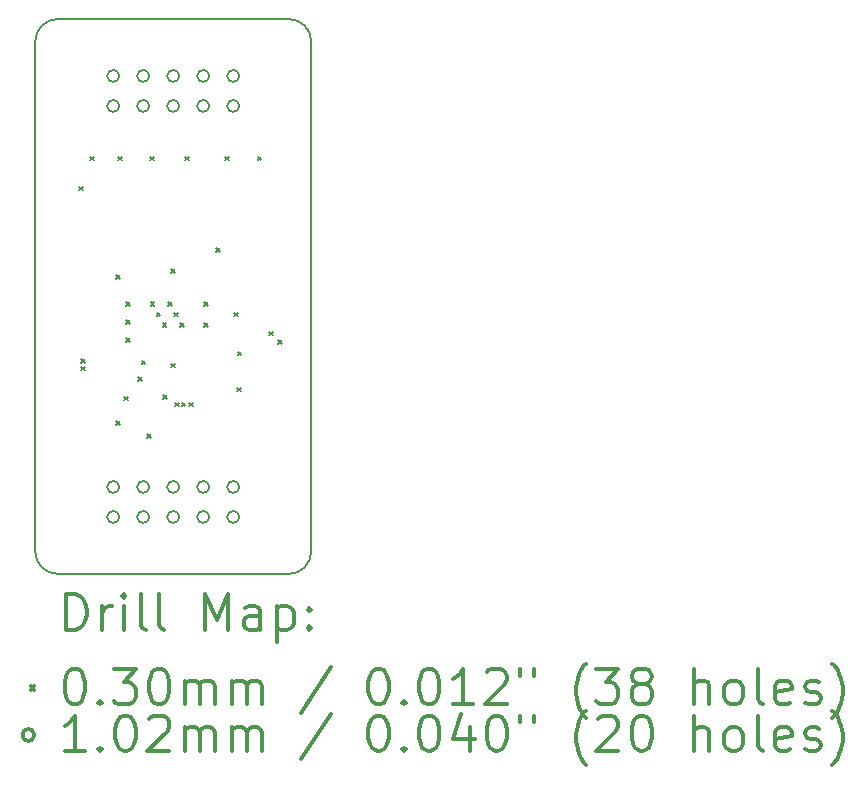
<source format=gbr>
%FSLAX45Y45*%
G04 Gerber Fmt 4.5, Leading zero omitted, Abs format (unit mm)*
G04 Created by KiCad (PCBNEW 4.0.5) date 01/03/18 16:25:06*
%MOMM*%
%LPD*%
G01*
G04 APERTURE LIST*
%ADD10C,0.127000*%
%ADD11C,0.150000*%
%ADD12C,0.200000*%
%ADD13C,0.300000*%
G04 APERTURE END LIST*
D10*
D11*
X7912100Y-7620000D02*
G75*
G03X7721600Y-7810500I0J-190500D01*
G01*
X10058400Y-7810500D02*
G75*
G03X9867900Y-7620000I-190500J0D01*
G01*
X7721600Y-12128500D02*
G75*
G03X7912100Y-12319000I190500J0D01*
G01*
X9867900Y-12319000D02*
G75*
G03X10058400Y-12128500I0J190500D01*
G01*
X7721600Y-12128500D02*
X7721600Y-7810500D01*
X9867900Y-12319000D02*
X7912100Y-12319000D01*
X10058400Y-7810500D02*
X10058400Y-12128500D01*
X7912100Y-7620000D02*
X9867900Y-7620000D01*
D12*
X8093710Y-9039860D02*
X8124190Y-9070340D01*
X8124190Y-9039860D02*
X8093710Y-9070340D01*
X8112760Y-10500360D02*
X8143240Y-10530840D01*
X8143240Y-10500360D02*
X8112760Y-10530840D01*
X8112760Y-10563860D02*
X8143240Y-10594340D01*
X8143240Y-10563860D02*
X8112760Y-10594340D01*
X8188960Y-8785860D02*
X8219440Y-8816340D01*
X8219440Y-8785860D02*
X8188960Y-8816340D01*
X8404860Y-9789160D02*
X8435340Y-9819640D01*
X8435340Y-9789160D02*
X8404860Y-9819640D01*
X8404860Y-11027410D02*
X8435340Y-11057890D01*
X8435340Y-11027410D02*
X8404860Y-11057890D01*
X8423910Y-8785860D02*
X8454390Y-8816340D01*
X8454390Y-8785860D02*
X8423910Y-8816340D01*
X8474710Y-10817860D02*
X8505190Y-10848340D01*
X8505190Y-10817860D02*
X8474710Y-10848340D01*
X8493760Y-10017760D02*
X8524240Y-10048240D01*
X8524240Y-10017760D02*
X8493760Y-10048240D01*
X8493760Y-10170160D02*
X8524240Y-10200640D01*
X8524240Y-10170160D02*
X8493760Y-10200640D01*
X8493760Y-10322560D02*
X8524240Y-10353040D01*
X8524240Y-10322560D02*
X8493760Y-10353040D01*
X8595360Y-10652760D02*
X8625840Y-10683240D01*
X8625840Y-10652760D02*
X8595360Y-10683240D01*
X8621300Y-10513460D02*
X8651780Y-10543940D01*
X8651780Y-10513460D02*
X8621300Y-10543940D01*
X8671560Y-11135360D02*
X8702040Y-11165840D01*
X8702040Y-11135360D02*
X8671560Y-11165840D01*
X8696960Y-8785860D02*
X8727440Y-8816340D01*
X8727440Y-8785860D02*
X8696960Y-8816340D01*
X8699760Y-10017760D02*
X8730240Y-10048240D01*
X8730240Y-10017760D02*
X8699760Y-10048240D01*
X8749760Y-10106660D02*
X8780240Y-10137140D01*
X8780240Y-10106660D02*
X8749760Y-10137140D01*
X8799760Y-10195560D02*
X8830240Y-10226040D01*
X8830240Y-10195560D02*
X8799760Y-10226040D01*
X8804910Y-10805160D02*
X8835390Y-10835640D01*
X8835390Y-10805160D02*
X8804910Y-10835640D01*
X8849360Y-10017760D02*
X8879840Y-10048240D01*
X8879840Y-10017760D02*
X8849360Y-10048240D01*
X8874760Y-9738360D02*
X8905240Y-9768840D01*
X8905240Y-9738360D02*
X8874760Y-9768840D01*
X8874760Y-10538460D02*
X8905240Y-10568940D01*
X8905240Y-10538460D02*
X8874760Y-10568940D01*
X8899760Y-10106660D02*
X8930240Y-10137140D01*
X8930240Y-10106660D02*
X8899760Y-10137140D01*
X8906510Y-10868660D02*
X8936990Y-10899140D01*
X8936990Y-10868660D02*
X8906510Y-10899140D01*
X8949760Y-10195560D02*
X8980240Y-10226040D01*
X8980240Y-10195560D02*
X8949760Y-10226040D01*
X8962391Y-10868660D02*
X8992871Y-10899140D01*
X8992871Y-10868660D02*
X8962391Y-10899140D01*
X8989060Y-8785860D02*
X9019540Y-8816340D01*
X9019540Y-8785860D02*
X8989060Y-8816340D01*
X9027160Y-10868660D02*
X9057640Y-10899140D01*
X9057640Y-10868660D02*
X9027160Y-10899140D01*
X9154160Y-10017760D02*
X9184640Y-10048240D01*
X9184640Y-10017760D02*
X9154160Y-10048240D01*
X9154160Y-10195560D02*
X9184640Y-10226040D01*
X9184640Y-10195560D02*
X9154160Y-10226040D01*
X9255760Y-9560560D02*
X9286240Y-9591040D01*
X9286240Y-9560560D02*
X9255760Y-9591040D01*
X9331960Y-8785860D02*
X9362440Y-8816340D01*
X9362440Y-8785860D02*
X9331960Y-8816340D01*
X9408160Y-10106660D02*
X9438640Y-10137140D01*
X9438640Y-10106660D02*
X9408160Y-10137140D01*
X9433000Y-10741660D02*
X9463480Y-10772140D01*
X9463480Y-10741660D02*
X9433000Y-10772140D01*
X9434120Y-10436860D02*
X9464600Y-10467340D01*
X9464600Y-10436860D02*
X9434120Y-10467340D01*
X9605010Y-8785860D02*
X9635490Y-8816340D01*
X9635490Y-8785860D02*
X9605010Y-8816340D01*
X9700260Y-10266610D02*
X9730740Y-10297090D01*
X9730740Y-10266610D02*
X9700260Y-10297090D01*
X9776460Y-10341610D02*
X9806940Y-10372090D01*
X9806940Y-10341610D02*
X9776460Y-10372090D01*
X8432800Y-8102600D02*
G75*
G03X8432800Y-8102600I-50800J0D01*
G01*
X8432800Y-8356600D02*
G75*
G03X8432800Y-8356600I-50800J0D01*
G01*
X8432800Y-11582400D02*
G75*
G03X8432800Y-11582400I-50800J0D01*
G01*
X8432800Y-11836400D02*
G75*
G03X8432800Y-11836400I-50800J0D01*
G01*
X8686800Y-8102600D02*
G75*
G03X8686800Y-8102600I-50800J0D01*
G01*
X8686800Y-8356600D02*
G75*
G03X8686800Y-8356600I-50800J0D01*
G01*
X8686800Y-11582400D02*
G75*
G03X8686800Y-11582400I-50800J0D01*
G01*
X8686800Y-11836400D02*
G75*
G03X8686800Y-11836400I-50800J0D01*
G01*
X8940800Y-8102600D02*
G75*
G03X8940800Y-8102600I-50800J0D01*
G01*
X8940800Y-8356600D02*
G75*
G03X8940800Y-8356600I-50800J0D01*
G01*
X8940800Y-11582400D02*
G75*
G03X8940800Y-11582400I-50800J0D01*
G01*
X8940800Y-11836400D02*
G75*
G03X8940800Y-11836400I-50800J0D01*
G01*
X9194800Y-8102600D02*
G75*
G03X9194800Y-8102600I-50800J0D01*
G01*
X9194800Y-8356600D02*
G75*
G03X9194800Y-8356600I-50800J0D01*
G01*
X9194800Y-11582400D02*
G75*
G03X9194800Y-11582400I-50800J0D01*
G01*
X9194800Y-11836400D02*
G75*
G03X9194800Y-11836400I-50800J0D01*
G01*
X9448800Y-8102600D02*
G75*
G03X9448800Y-8102600I-50800J0D01*
G01*
X9448800Y-8356600D02*
G75*
G03X9448800Y-8356600I-50800J0D01*
G01*
X9448800Y-11582400D02*
G75*
G03X9448800Y-11582400I-50800J0D01*
G01*
X9448800Y-11836400D02*
G75*
G03X9448800Y-11836400I-50800J0D01*
G01*
D13*
X7985528Y-12792214D02*
X7985528Y-12492214D01*
X8056957Y-12492214D01*
X8099814Y-12506500D01*
X8128386Y-12535071D01*
X8142671Y-12563643D01*
X8156957Y-12620786D01*
X8156957Y-12663643D01*
X8142671Y-12720786D01*
X8128386Y-12749357D01*
X8099814Y-12777929D01*
X8056957Y-12792214D01*
X7985528Y-12792214D01*
X8285528Y-12792214D02*
X8285528Y-12592214D01*
X8285528Y-12649357D02*
X8299814Y-12620786D01*
X8314100Y-12606500D01*
X8342671Y-12592214D01*
X8371243Y-12592214D01*
X8471243Y-12792214D02*
X8471243Y-12592214D01*
X8471243Y-12492214D02*
X8456957Y-12506500D01*
X8471243Y-12520786D01*
X8485529Y-12506500D01*
X8471243Y-12492214D01*
X8471243Y-12520786D01*
X8656957Y-12792214D02*
X8628386Y-12777929D01*
X8614100Y-12749357D01*
X8614100Y-12492214D01*
X8814100Y-12792214D02*
X8785529Y-12777929D01*
X8771243Y-12749357D01*
X8771243Y-12492214D01*
X9156957Y-12792214D02*
X9156957Y-12492214D01*
X9256957Y-12706500D01*
X9356957Y-12492214D01*
X9356957Y-12792214D01*
X9628386Y-12792214D02*
X9628386Y-12635071D01*
X9614100Y-12606500D01*
X9585529Y-12592214D01*
X9528386Y-12592214D01*
X9499814Y-12606500D01*
X9628386Y-12777929D02*
X9599814Y-12792214D01*
X9528386Y-12792214D01*
X9499814Y-12777929D01*
X9485529Y-12749357D01*
X9485529Y-12720786D01*
X9499814Y-12692214D01*
X9528386Y-12677929D01*
X9599814Y-12677929D01*
X9628386Y-12663643D01*
X9771243Y-12592214D02*
X9771243Y-12892214D01*
X9771243Y-12606500D02*
X9799814Y-12592214D01*
X9856957Y-12592214D01*
X9885529Y-12606500D01*
X9899814Y-12620786D01*
X9914100Y-12649357D01*
X9914100Y-12735071D01*
X9899814Y-12763643D01*
X9885529Y-12777929D01*
X9856957Y-12792214D01*
X9799814Y-12792214D01*
X9771243Y-12777929D01*
X10042671Y-12763643D02*
X10056957Y-12777929D01*
X10042671Y-12792214D01*
X10028386Y-12777929D01*
X10042671Y-12763643D01*
X10042671Y-12792214D01*
X10042671Y-12606500D02*
X10056957Y-12620786D01*
X10042671Y-12635071D01*
X10028386Y-12620786D01*
X10042671Y-12606500D01*
X10042671Y-12635071D01*
X7683620Y-13271260D02*
X7714100Y-13301740D01*
X7714100Y-13271260D02*
X7683620Y-13301740D01*
X8042671Y-13122214D02*
X8071243Y-13122214D01*
X8099814Y-13136500D01*
X8114100Y-13150786D01*
X8128386Y-13179357D01*
X8142671Y-13236500D01*
X8142671Y-13307929D01*
X8128386Y-13365071D01*
X8114100Y-13393643D01*
X8099814Y-13407929D01*
X8071243Y-13422214D01*
X8042671Y-13422214D01*
X8014100Y-13407929D01*
X7999814Y-13393643D01*
X7985528Y-13365071D01*
X7971243Y-13307929D01*
X7971243Y-13236500D01*
X7985528Y-13179357D01*
X7999814Y-13150786D01*
X8014100Y-13136500D01*
X8042671Y-13122214D01*
X8271243Y-13393643D02*
X8285528Y-13407929D01*
X8271243Y-13422214D01*
X8256957Y-13407929D01*
X8271243Y-13393643D01*
X8271243Y-13422214D01*
X8385528Y-13122214D02*
X8571243Y-13122214D01*
X8471243Y-13236500D01*
X8514100Y-13236500D01*
X8542671Y-13250786D01*
X8556957Y-13265071D01*
X8571243Y-13293643D01*
X8571243Y-13365071D01*
X8556957Y-13393643D01*
X8542671Y-13407929D01*
X8514100Y-13422214D01*
X8428386Y-13422214D01*
X8399814Y-13407929D01*
X8385528Y-13393643D01*
X8756957Y-13122214D02*
X8785529Y-13122214D01*
X8814100Y-13136500D01*
X8828386Y-13150786D01*
X8842671Y-13179357D01*
X8856957Y-13236500D01*
X8856957Y-13307929D01*
X8842671Y-13365071D01*
X8828386Y-13393643D01*
X8814100Y-13407929D01*
X8785529Y-13422214D01*
X8756957Y-13422214D01*
X8728386Y-13407929D01*
X8714100Y-13393643D01*
X8699814Y-13365071D01*
X8685529Y-13307929D01*
X8685529Y-13236500D01*
X8699814Y-13179357D01*
X8714100Y-13150786D01*
X8728386Y-13136500D01*
X8756957Y-13122214D01*
X8985529Y-13422214D02*
X8985529Y-13222214D01*
X8985529Y-13250786D02*
X8999814Y-13236500D01*
X9028386Y-13222214D01*
X9071243Y-13222214D01*
X9099814Y-13236500D01*
X9114100Y-13265071D01*
X9114100Y-13422214D01*
X9114100Y-13265071D02*
X9128386Y-13236500D01*
X9156957Y-13222214D01*
X9199814Y-13222214D01*
X9228386Y-13236500D01*
X9242671Y-13265071D01*
X9242671Y-13422214D01*
X9385529Y-13422214D02*
X9385529Y-13222214D01*
X9385529Y-13250786D02*
X9399814Y-13236500D01*
X9428386Y-13222214D01*
X9471243Y-13222214D01*
X9499814Y-13236500D01*
X9514100Y-13265071D01*
X9514100Y-13422214D01*
X9514100Y-13265071D02*
X9528386Y-13236500D01*
X9556957Y-13222214D01*
X9599814Y-13222214D01*
X9628386Y-13236500D01*
X9642671Y-13265071D01*
X9642671Y-13422214D01*
X10228386Y-13107929D02*
X9971243Y-13493643D01*
X10614100Y-13122214D02*
X10642671Y-13122214D01*
X10671243Y-13136500D01*
X10685528Y-13150786D01*
X10699814Y-13179357D01*
X10714100Y-13236500D01*
X10714100Y-13307929D01*
X10699814Y-13365071D01*
X10685528Y-13393643D01*
X10671243Y-13407929D01*
X10642671Y-13422214D01*
X10614100Y-13422214D01*
X10585528Y-13407929D01*
X10571243Y-13393643D01*
X10556957Y-13365071D01*
X10542671Y-13307929D01*
X10542671Y-13236500D01*
X10556957Y-13179357D01*
X10571243Y-13150786D01*
X10585528Y-13136500D01*
X10614100Y-13122214D01*
X10842671Y-13393643D02*
X10856957Y-13407929D01*
X10842671Y-13422214D01*
X10828386Y-13407929D01*
X10842671Y-13393643D01*
X10842671Y-13422214D01*
X11042671Y-13122214D02*
X11071243Y-13122214D01*
X11099814Y-13136500D01*
X11114100Y-13150786D01*
X11128386Y-13179357D01*
X11142671Y-13236500D01*
X11142671Y-13307929D01*
X11128386Y-13365071D01*
X11114100Y-13393643D01*
X11099814Y-13407929D01*
X11071243Y-13422214D01*
X11042671Y-13422214D01*
X11014100Y-13407929D01*
X10999814Y-13393643D01*
X10985528Y-13365071D01*
X10971243Y-13307929D01*
X10971243Y-13236500D01*
X10985528Y-13179357D01*
X10999814Y-13150786D01*
X11014100Y-13136500D01*
X11042671Y-13122214D01*
X11428385Y-13422214D02*
X11256957Y-13422214D01*
X11342671Y-13422214D02*
X11342671Y-13122214D01*
X11314100Y-13165071D01*
X11285528Y-13193643D01*
X11256957Y-13207929D01*
X11542671Y-13150786D02*
X11556957Y-13136500D01*
X11585528Y-13122214D01*
X11656957Y-13122214D01*
X11685528Y-13136500D01*
X11699814Y-13150786D01*
X11714100Y-13179357D01*
X11714100Y-13207929D01*
X11699814Y-13250786D01*
X11528385Y-13422214D01*
X11714100Y-13422214D01*
X11828386Y-13122214D02*
X11828386Y-13179357D01*
X11942671Y-13122214D02*
X11942671Y-13179357D01*
X12385528Y-13536500D02*
X12371243Y-13522214D01*
X12342671Y-13479357D01*
X12328385Y-13450786D01*
X12314100Y-13407929D01*
X12299814Y-13336500D01*
X12299814Y-13279357D01*
X12314100Y-13207929D01*
X12328385Y-13165071D01*
X12342671Y-13136500D01*
X12371243Y-13093643D01*
X12385528Y-13079357D01*
X12471243Y-13122214D02*
X12656957Y-13122214D01*
X12556957Y-13236500D01*
X12599814Y-13236500D01*
X12628385Y-13250786D01*
X12642671Y-13265071D01*
X12656957Y-13293643D01*
X12656957Y-13365071D01*
X12642671Y-13393643D01*
X12628385Y-13407929D01*
X12599814Y-13422214D01*
X12514100Y-13422214D01*
X12485528Y-13407929D01*
X12471243Y-13393643D01*
X12828385Y-13250786D02*
X12799814Y-13236500D01*
X12785528Y-13222214D01*
X12771243Y-13193643D01*
X12771243Y-13179357D01*
X12785528Y-13150786D01*
X12799814Y-13136500D01*
X12828385Y-13122214D01*
X12885528Y-13122214D01*
X12914100Y-13136500D01*
X12928385Y-13150786D01*
X12942671Y-13179357D01*
X12942671Y-13193643D01*
X12928385Y-13222214D01*
X12914100Y-13236500D01*
X12885528Y-13250786D01*
X12828385Y-13250786D01*
X12799814Y-13265071D01*
X12785528Y-13279357D01*
X12771243Y-13307929D01*
X12771243Y-13365071D01*
X12785528Y-13393643D01*
X12799814Y-13407929D01*
X12828385Y-13422214D01*
X12885528Y-13422214D01*
X12914100Y-13407929D01*
X12928385Y-13393643D01*
X12942671Y-13365071D01*
X12942671Y-13307929D01*
X12928385Y-13279357D01*
X12914100Y-13265071D01*
X12885528Y-13250786D01*
X13299814Y-13422214D02*
X13299814Y-13122214D01*
X13428385Y-13422214D02*
X13428385Y-13265071D01*
X13414100Y-13236500D01*
X13385528Y-13222214D01*
X13342671Y-13222214D01*
X13314100Y-13236500D01*
X13299814Y-13250786D01*
X13614100Y-13422214D02*
X13585528Y-13407929D01*
X13571243Y-13393643D01*
X13556957Y-13365071D01*
X13556957Y-13279357D01*
X13571243Y-13250786D01*
X13585528Y-13236500D01*
X13614100Y-13222214D01*
X13656957Y-13222214D01*
X13685528Y-13236500D01*
X13699814Y-13250786D01*
X13714100Y-13279357D01*
X13714100Y-13365071D01*
X13699814Y-13393643D01*
X13685528Y-13407929D01*
X13656957Y-13422214D01*
X13614100Y-13422214D01*
X13885528Y-13422214D02*
X13856957Y-13407929D01*
X13842671Y-13379357D01*
X13842671Y-13122214D01*
X14114100Y-13407929D02*
X14085528Y-13422214D01*
X14028386Y-13422214D01*
X13999814Y-13407929D01*
X13985528Y-13379357D01*
X13985528Y-13265071D01*
X13999814Y-13236500D01*
X14028386Y-13222214D01*
X14085528Y-13222214D01*
X14114100Y-13236500D01*
X14128386Y-13265071D01*
X14128386Y-13293643D01*
X13985528Y-13322214D01*
X14242671Y-13407929D02*
X14271243Y-13422214D01*
X14328386Y-13422214D01*
X14356957Y-13407929D01*
X14371243Y-13379357D01*
X14371243Y-13365071D01*
X14356957Y-13336500D01*
X14328386Y-13322214D01*
X14285528Y-13322214D01*
X14256957Y-13307929D01*
X14242671Y-13279357D01*
X14242671Y-13265071D01*
X14256957Y-13236500D01*
X14285528Y-13222214D01*
X14328386Y-13222214D01*
X14356957Y-13236500D01*
X14471243Y-13536500D02*
X14485528Y-13522214D01*
X14514100Y-13479357D01*
X14528386Y-13450786D01*
X14542671Y-13407929D01*
X14556957Y-13336500D01*
X14556957Y-13279357D01*
X14542671Y-13207929D01*
X14528386Y-13165071D01*
X14514100Y-13136500D01*
X14485528Y-13093643D01*
X14471243Y-13079357D01*
X7714100Y-13682500D02*
G75*
G03X7714100Y-13682500I-50800J0D01*
G01*
X8142671Y-13818214D02*
X7971243Y-13818214D01*
X8056957Y-13818214D02*
X8056957Y-13518214D01*
X8028386Y-13561071D01*
X7999814Y-13589643D01*
X7971243Y-13603929D01*
X8271243Y-13789643D02*
X8285528Y-13803929D01*
X8271243Y-13818214D01*
X8256957Y-13803929D01*
X8271243Y-13789643D01*
X8271243Y-13818214D01*
X8471243Y-13518214D02*
X8499814Y-13518214D01*
X8528386Y-13532500D01*
X8542671Y-13546786D01*
X8556957Y-13575357D01*
X8571243Y-13632500D01*
X8571243Y-13703929D01*
X8556957Y-13761071D01*
X8542671Y-13789643D01*
X8528386Y-13803929D01*
X8499814Y-13818214D01*
X8471243Y-13818214D01*
X8442671Y-13803929D01*
X8428386Y-13789643D01*
X8414100Y-13761071D01*
X8399814Y-13703929D01*
X8399814Y-13632500D01*
X8414100Y-13575357D01*
X8428386Y-13546786D01*
X8442671Y-13532500D01*
X8471243Y-13518214D01*
X8685529Y-13546786D02*
X8699814Y-13532500D01*
X8728386Y-13518214D01*
X8799814Y-13518214D01*
X8828386Y-13532500D01*
X8842671Y-13546786D01*
X8856957Y-13575357D01*
X8856957Y-13603929D01*
X8842671Y-13646786D01*
X8671243Y-13818214D01*
X8856957Y-13818214D01*
X8985529Y-13818214D02*
X8985529Y-13618214D01*
X8985529Y-13646786D02*
X8999814Y-13632500D01*
X9028386Y-13618214D01*
X9071243Y-13618214D01*
X9099814Y-13632500D01*
X9114100Y-13661071D01*
X9114100Y-13818214D01*
X9114100Y-13661071D02*
X9128386Y-13632500D01*
X9156957Y-13618214D01*
X9199814Y-13618214D01*
X9228386Y-13632500D01*
X9242671Y-13661071D01*
X9242671Y-13818214D01*
X9385529Y-13818214D02*
X9385529Y-13618214D01*
X9385529Y-13646786D02*
X9399814Y-13632500D01*
X9428386Y-13618214D01*
X9471243Y-13618214D01*
X9499814Y-13632500D01*
X9514100Y-13661071D01*
X9514100Y-13818214D01*
X9514100Y-13661071D02*
X9528386Y-13632500D01*
X9556957Y-13618214D01*
X9599814Y-13618214D01*
X9628386Y-13632500D01*
X9642671Y-13661071D01*
X9642671Y-13818214D01*
X10228386Y-13503929D02*
X9971243Y-13889643D01*
X10614100Y-13518214D02*
X10642671Y-13518214D01*
X10671243Y-13532500D01*
X10685528Y-13546786D01*
X10699814Y-13575357D01*
X10714100Y-13632500D01*
X10714100Y-13703929D01*
X10699814Y-13761071D01*
X10685528Y-13789643D01*
X10671243Y-13803929D01*
X10642671Y-13818214D01*
X10614100Y-13818214D01*
X10585528Y-13803929D01*
X10571243Y-13789643D01*
X10556957Y-13761071D01*
X10542671Y-13703929D01*
X10542671Y-13632500D01*
X10556957Y-13575357D01*
X10571243Y-13546786D01*
X10585528Y-13532500D01*
X10614100Y-13518214D01*
X10842671Y-13789643D02*
X10856957Y-13803929D01*
X10842671Y-13818214D01*
X10828386Y-13803929D01*
X10842671Y-13789643D01*
X10842671Y-13818214D01*
X11042671Y-13518214D02*
X11071243Y-13518214D01*
X11099814Y-13532500D01*
X11114100Y-13546786D01*
X11128386Y-13575357D01*
X11142671Y-13632500D01*
X11142671Y-13703929D01*
X11128386Y-13761071D01*
X11114100Y-13789643D01*
X11099814Y-13803929D01*
X11071243Y-13818214D01*
X11042671Y-13818214D01*
X11014100Y-13803929D01*
X10999814Y-13789643D01*
X10985528Y-13761071D01*
X10971243Y-13703929D01*
X10971243Y-13632500D01*
X10985528Y-13575357D01*
X10999814Y-13546786D01*
X11014100Y-13532500D01*
X11042671Y-13518214D01*
X11399814Y-13618214D02*
X11399814Y-13818214D01*
X11328385Y-13503929D02*
X11256957Y-13718214D01*
X11442671Y-13718214D01*
X11614100Y-13518214D02*
X11642671Y-13518214D01*
X11671243Y-13532500D01*
X11685528Y-13546786D01*
X11699814Y-13575357D01*
X11714100Y-13632500D01*
X11714100Y-13703929D01*
X11699814Y-13761071D01*
X11685528Y-13789643D01*
X11671243Y-13803929D01*
X11642671Y-13818214D01*
X11614100Y-13818214D01*
X11585528Y-13803929D01*
X11571243Y-13789643D01*
X11556957Y-13761071D01*
X11542671Y-13703929D01*
X11542671Y-13632500D01*
X11556957Y-13575357D01*
X11571243Y-13546786D01*
X11585528Y-13532500D01*
X11614100Y-13518214D01*
X11828386Y-13518214D02*
X11828386Y-13575357D01*
X11942671Y-13518214D02*
X11942671Y-13575357D01*
X12385528Y-13932500D02*
X12371243Y-13918214D01*
X12342671Y-13875357D01*
X12328385Y-13846786D01*
X12314100Y-13803929D01*
X12299814Y-13732500D01*
X12299814Y-13675357D01*
X12314100Y-13603929D01*
X12328385Y-13561071D01*
X12342671Y-13532500D01*
X12371243Y-13489643D01*
X12385528Y-13475357D01*
X12485528Y-13546786D02*
X12499814Y-13532500D01*
X12528385Y-13518214D01*
X12599814Y-13518214D01*
X12628385Y-13532500D01*
X12642671Y-13546786D01*
X12656957Y-13575357D01*
X12656957Y-13603929D01*
X12642671Y-13646786D01*
X12471243Y-13818214D01*
X12656957Y-13818214D01*
X12842671Y-13518214D02*
X12871243Y-13518214D01*
X12899814Y-13532500D01*
X12914100Y-13546786D01*
X12928385Y-13575357D01*
X12942671Y-13632500D01*
X12942671Y-13703929D01*
X12928385Y-13761071D01*
X12914100Y-13789643D01*
X12899814Y-13803929D01*
X12871243Y-13818214D01*
X12842671Y-13818214D01*
X12814100Y-13803929D01*
X12799814Y-13789643D01*
X12785528Y-13761071D01*
X12771243Y-13703929D01*
X12771243Y-13632500D01*
X12785528Y-13575357D01*
X12799814Y-13546786D01*
X12814100Y-13532500D01*
X12842671Y-13518214D01*
X13299814Y-13818214D02*
X13299814Y-13518214D01*
X13428385Y-13818214D02*
X13428385Y-13661071D01*
X13414100Y-13632500D01*
X13385528Y-13618214D01*
X13342671Y-13618214D01*
X13314100Y-13632500D01*
X13299814Y-13646786D01*
X13614100Y-13818214D02*
X13585528Y-13803929D01*
X13571243Y-13789643D01*
X13556957Y-13761071D01*
X13556957Y-13675357D01*
X13571243Y-13646786D01*
X13585528Y-13632500D01*
X13614100Y-13618214D01*
X13656957Y-13618214D01*
X13685528Y-13632500D01*
X13699814Y-13646786D01*
X13714100Y-13675357D01*
X13714100Y-13761071D01*
X13699814Y-13789643D01*
X13685528Y-13803929D01*
X13656957Y-13818214D01*
X13614100Y-13818214D01*
X13885528Y-13818214D02*
X13856957Y-13803929D01*
X13842671Y-13775357D01*
X13842671Y-13518214D01*
X14114100Y-13803929D02*
X14085528Y-13818214D01*
X14028386Y-13818214D01*
X13999814Y-13803929D01*
X13985528Y-13775357D01*
X13985528Y-13661071D01*
X13999814Y-13632500D01*
X14028386Y-13618214D01*
X14085528Y-13618214D01*
X14114100Y-13632500D01*
X14128386Y-13661071D01*
X14128386Y-13689643D01*
X13985528Y-13718214D01*
X14242671Y-13803929D02*
X14271243Y-13818214D01*
X14328386Y-13818214D01*
X14356957Y-13803929D01*
X14371243Y-13775357D01*
X14371243Y-13761071D01*
X14356957Y-13732500D01*
X14328386Y-13718214D01*
X14285528Y-13718214D01*
X14256957Y-13703929D01*
X14242671Y-13675357D01*
X14242671Y-13661071D01*
X14256957Y-13632500D01*
X14285528Y-13618214D01*
X14328386Y-13618214D01*
X14356957Y-13632500D01*
X14471243Y-13932500D02*
X14485528Y-13918214D01*
X14514100Y-13875357D01*
X14528386Y-13846786D01*
X14542671Y-13803929D01*
X14556957Y-13732500D01*
X14556957Y-13675357D01*
X14542671Y-13603929D01*
X14528386Y-13561071D01*
X14514100Y-13532500D01*
X14485528Y-13489643D01*
X14471243Y-13475357D01*
M02*

</source>
